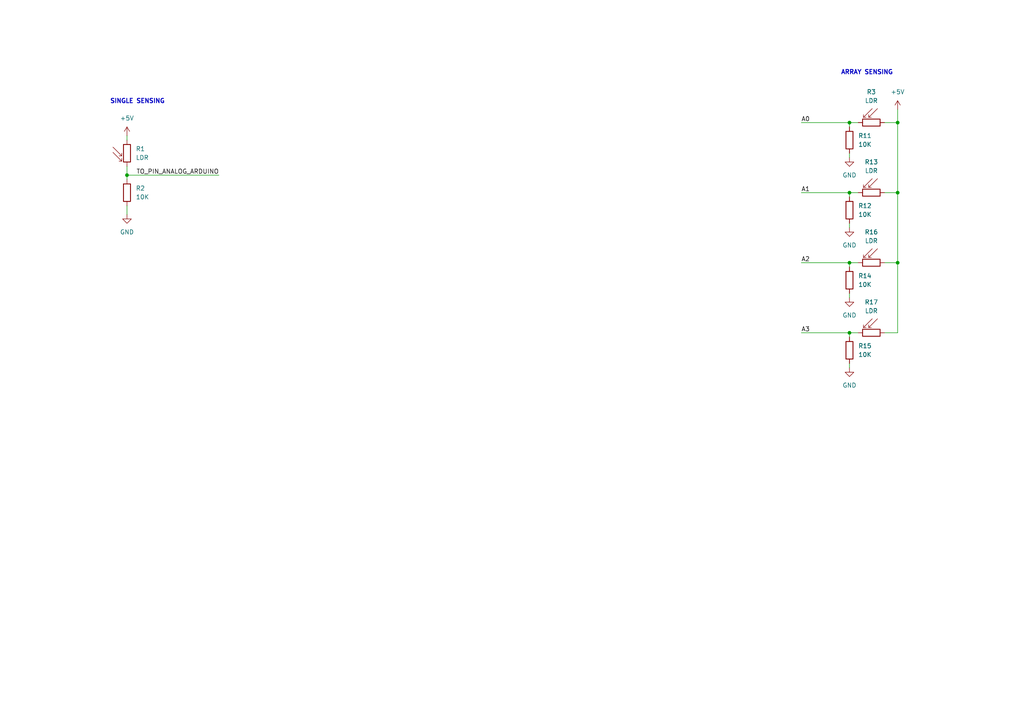
<source format=kicad_sch>
(kicad_sch (version 20231120) (generator "eeschema") (generator_version "8.0")
  (paper "A4")
  (lib_symbols
    (symbol "Device:R" (pin_numbers hide) (pin_names (offset 0))
      (property "Reference" "R" (at 2.032 0 90))
      (property "Value" "R" (at 0 0 90))
      (symbol "R_0_1"
        (rectangle (start -1.016 -2.54) (end 1.016 2.54) (stroke (width 0.254)))
      )
      (symbol "R_1_1"
        (pin passive line (at 0 3.81 270) (length 1.27) (name "~") (number "1"))
        (pin passive line (at 0 -3.81 90) (length 1.27) (name "~") (number "2"))
      )
    )
    (symbol "Sensor_Optical:A9060" (pin_numbers hide) (pin_names (offset 0))
      (property "Reference" "R" (at -5.08 0 90))
      (property "Value" "A9060" (at 1.905 0 90))
      (symbol "A9060_0_1"
        (rectangle (start -1.016 2.54) (end 1.016 -2.54) (stroke (width 0.254)))
        (polyline (pts (xy -1.524 -2.286) (xy -4.064 0.254)))
        (polyline (pts (xy -1.524 -2.286) (xy -2.286 -2.286)))
        (polyline (pts (xy -1.524 -2.286) (xy -1.524 -1.524)))
        (polyline (pts (xy -1.524 -0.762) (xy -4.064 1.778)))
        (polyline (pts (xy -1.524 -0.762) (xy -2.286 -0.762)))
        (polyline (pts (xy -1.524 -0.762) (xy -1.524 0)))
      )
      (symbol "A9060_1_1"
        (pin passive line (at 0 3.81 270) (length 1.27) (name "~") (number "1"))
        (pin passive line (at 0 -3.81 90) (length 1.27) (name "~") (number "2"))
      )
    )
    (symbol "power:+5V" (power) (pin_names (offset 0))
      (property "Value" "+5V" (at 0 3.556 0))
      (symbol "+5V_0_1"
        (polyline (pts (xy -0.762 1.27) (xy 0 2.54)))
        (polyline (pts (xy 0 0) (xy 0 2.54)))
        (polyline (pts (xy 0 2.54) (xy 0.762 1.27)))
      )
      (symbol "+5V_1_1"
        (pin power_in line (at 0 0 90) (length 0) hide (name "+5V") (number "1"))
      )
    )
    (symbol "power:GND" (power) (pin_names (offset 0))
      (property "Value" "GND" (at 0 -3.81 0))
      (symbol "GND_0_1"
        (polyline (pts (xy 0 0) (xy 0 -1.27) (xy 1.27 -1.27) (xy 0 -2.54) (xy -1.27 -1.27) (xy 0 -1.27)))
      )
      (symbol "GND_1_1"
        (pin power_in line (at 0 0 270) (length 0) hide (name "GND") (number "1"))
      )
    )
  )
  (junction (at 260.35 76.2))
  (junction (at 36.83 50.8))
  (junction (at 246.38 96.52))
  (junction (at 246.38 76.2))
  (junction (at 246.38 55.88))
  (junction (at 260.35 35.56))
  (junction (at 260.35 55.88))
  (junction (at 246.38 35.56))
  (wire (pts (xy 256.54 55.88) (xy 260.35 55.88)))
  (wire (pts (xy 246.38 35.56) (xy 246.38 36.83)))
  (wire (pts (xy 246.38 86.36) (xy 246.38 85.09)))
  (wire (pts (xy 256.54 35.56) (xy 260.35 35.56)))
  (wire (pts (xy 248.92 35.56) (xy 246.38 35.56)))
  (wire (pts (xy 248.92 96.52) (xy 246.38 96.52)))
  (wire (pts (xy 232.41 55.88) (xy 246.38 55.88)))
  (wire (pts (xy 260.35 35.56) (xy 260.35 55.88)))
  (wire (pts (xy 246.38 66.04) (xy 246.38 64.77)))
  (wire (pts (xy 248.92 55.88) (xy 246.38 55.88)))
  (wire (pts (xy 248.92 76.2) (xy 246.38 76.2)))
  (wire (pts (xy 260.35 55.88) (xy 260.35 76.2)))
  (wire (pts (xy 256.54 76.2) (xy 260.35 76.2)))
  (wire (pts (xy 232.41 76.2) (xy 246.38 76.2)))
  (wire (pts (xy 36.83 62.23) (xy 36.83 59.69)))
  (wire (pts (xy 246.38 76.2) (xy 246.38 77.47)))
  (wire (pts (xy 36.83 39.37) (xy 36.83 40.64)))
  (wire (pts (xy 246.38 55.88) (xy 246.38 57.15)))
  (wire (pts (xy 260.35 31.75) (xy 260.35 35.56)))
  (wire (pts (xy 260.35 76.2) (xy 260.35 96.52)))
  (wire (pts (xy 36.83 50.8) (xy 36.83 48.26)))
  (wire (pts (xy 232.41 96.52) (xy 246.38 96.52)))
  (wire (pts (xy 232.41 35.56) (xy 246.38 35.56)))
  (wire (pts (xy 246.38 106.68) (xy 246.38 105.41)))
  (wire (pts (xy 36.83 50.8) (xy 63.5 50.8)))
  (wire (pts (xy 36.83 52.07) (xy 36.83 50.8)))
  (wire (pts (xy 256.54 96.52) (xy 260.35 96.52)))
  (wire (pts (xy 246.38 96.52) (xy 246.38 97.79)))
  (wire (pts (xy 246.38 45.72) (xy 246.38 44.45)))
  (text "ARRAY SENSING" (at 251.46 21.082 0) (effects (font (size 1.27 1.27) (thickness 0.254) (bold yes))))
  (text "SINGLE SENSING" (at 39.878 29.464 0) (effects (font (size 1.27 1.27) (thickness 0.254) (bold yes))))
  (label "A3" (at 232.41 96.52 0))
  (label "A1" (at 232.41 55.88 0))
  (label "A0" (at 232.41 35.56 0))
  (label "TO_PIN_ANALOG_ARDUINO" (at 63.5 50.8 180))
  (label "A2" (at 232.41 76.2 0))
  (symbol (lib_id "power:GND") (at 246.38 106.68 0) (unit 1)
    (property "Reference" "#PWR014" (effects (hide yes)))
    (property "Value" "GND" (at 246.38 111.76 0))
    (property "Description" "Power symbol creates a global label with name \"GND\" , ground" (effects (hide yes)))
  )
  (symbol (lib_id "power:+5V") (at 36.83 39.37 0) (unit 1)
    (property "Reference" "#PWR01" (effects (hide yes)))
    (property "Value" "+5V" (at 36.83 34.29 0))
    (property "Description" "Power symbol creates a global label with name \"+5V\"" (effects (hide yes)))
  )
  (symbol (lib_id "Device:R") (at 36.83 55.88 0) (unit 1)
    (property "Reference" "R2" (at 39.37 54.6099 0) (effects (justify left)))
    (property "Value" "10K" (at 39.37 57.1499 0) (effects (justify left)))
    (property "Description" "Resistor" (effects (hide yes)))
  )
  (symbol (lib_id "power:GND") (at 246.38 45.72 0) (unit 1)
    (property "Reference" "#PWR011" (effects (hide yes)))
    (property "Value" "GND" (at 246.38 50.8 0))
    (property "Description" "Power symbol creates a global label with name \"GND\" , ground" (effects (hide yes)))
  )
  (symbol (lib_id "Device:R") (at 246.38 101.6 0) (unit 1)
    (property "Reference" "R15" (at 248.92 100.3299 0) (effects (justify left)))
    (property "Value" "10K" (at 248.92 102.8699 0) (effects (justify left)))
    (property "Description" "Resistor" (effects (hide yes)))
  )
  (symbol (lib_id "Sensor_Optical:A9060") (at 36.83 44.45 0) (unit 1)
    (property "Reference" "R1" (at 39.37 43.1799 0) (effects (justify left)))
    (property "Value" "LDR" (at 39.37 45.7199 0) (effects (justify left)))
    (property "Footprint" "OptoDevice:R_LDR_5.0x4.1mm_P3mm_Vertical" (effects (hide yes)))
    (property "Datasheet" "http://cdn-reichelt.de/documents/datenblatt/A500/A90xxxx%23PE.pdf" (effects (hide yes)))
    (property "Description" "light dependent resistor" (effects (hide yes)))
  )
  (symbol (lib_id "power:+5V") (at 260.35 31.75 0) (unit 1)
    (property "Reference" "#PWR015" (effects (hide yes)))
    (property "Value" "+5V" (at 260.35 26.67 0))
    (property "Description" "Power symbol creates a global label with name \"+5V\"" (effects (hide yes)))
  )
  (symbol (lib_id "Device:R") (at 246.38 60.96 0) (unit 1)
    (property "Reference" "R12" (at 248.92 59.6899 0) (effects (justify left)))
    (property "Value" "10K" (at 248.92 62.2299 0) (effects (justify left)))
    (property "Description" "Resistor" (effects (hide yes)))
  )
  (symbol (lib_id "Device:R") (at 246.38 81.28 0) (unit 1)
    (property "Reference" "R14" (at 248.92 80.0099 0) (effects (justify left)))
    (property "Value" "10K" (at 248.92 82.5499 0) (effects (justify left)))
    (property "Description" "Resistor" (effects (hide yes)))
  )
  (symbol (lib_id "Device:R") (at 246.38 40.64 0) (unit 1)
    (property "Reference" "R11" (at 248.92 39.3699 0) (effects (justify left)))
    (property "Value" "10K" (at 248.92 41.9099 0) (effects (justify left)))
    (property "Description" "Resistor" (effects (hide yes)))
  )
  (symbol (lib_id "Sensor_Optical:A9060") (at 252.73 76.2 270) (unit 1)
    (property "Reference" "R16" (at 252.73 67.31 90))
    (property "Value" "LDR" (at 252.73 69.85 90))
    (property "Footprint" "OptoDevice:R_LDR_5.0x4.1mm_P3mm_Vertical" (effects (hide yes)))
    (property "Datasheet" "http://cdn-reichelt.de/documents/datenblatt/A500/A90xxxx%23PE.pdf" (effects (hide yes)))
    (property "Description" "light dependent resistor" (effects (hide yes)))
  )
  (symbol (lib_id "Sensor_Optical:A9060") (at 252.73 96.52 270) (unit 1)
    (property "Reference" "R17" (at 252.73 87.63 90))
    (property "Value" "LDR" (at 252.73 90.17 90))
    (property "Footprint" "OptoDevice:R_LDR_5.0x4.1mm_P3mm_Vertical" (effects (hide yes)))
    (property "Datasheet" "http://cdn-reichelt.de/documents/datenblatt/A500/A90xxxx%23PE.pdf" (effects (hide yes)))
    (property "Description" "light dependent resistor" (effects (hide yes)))
  )
  (symbol (lib_id "power:GND") (at 246.38 86.36 0) (unit 1)
    (property "Reference" "#PWR013" (effects (hide yes)))
    (property "Value" "GND" (at 246.38 91.44 0))
    (property "Description" "Power symbol creates a global label with name \"GND\" , ground" (effects (hide yes)))
  )
  (symbol (lib_id "power:GND") (at 246.38 66.04 0) (unit 1)
    (property "Reference" "#PWR012" (effects (hide yes)))
    (property "Value" "GND" (at 246.38 71.12 0))
    (property "Description" "Power symbol creates a global label with name \"GND\" , ground" (effects (hide yes)))
  )
  (symbol (lib_id "Sensor_Optical:A9060") (at 252.73 35.56 270) (unit 1)
    (property "Reference" "R3" (at 252.73 26.67 90))
    (property "Value" "LDR" (at 252.73 29.21 90))
    (property "Footprint" "OptoDevice:R_LDR_5.0x4.1mm_P3mm_Vertical" (effects (hide yes)))
    (property "Datasheet" "http://cdn-reichelt.de/documents/datenblatt/A500/A90xxxx%23PE.pdf" (effects (hide yes)))
    (property "Description" "light dependent resistor" (effects (hide yes)))
  )
  (symbol (lib_id "Sensor_Optical:A9060") (at 252.73 55.88 270) (unit 1)
    (property "Reference" "R13" (at 252.73 46.99 90))
    (property "Value" "LDR" (at 252.73 49.53 90))
    (property "Footprint" "OptoDevice:R_LDR_5.0x4.1mm_P3mm_Vertical" (effects (hide yes)))
    (property "Datasheet" "http://cdn-reichelt.de/documents/datenblatt/A500/A90xxxx%23PE.pdf" (effects (hide yes)))
    (property "Description" "light dependent resistor" (effects (hide yes)))
  )
  (symbol (lib_id "power:GND") (at 36.83 62.23 0) (unit 1)
    (property "Reference" "#PWR02" (effects (hide yes)))
    (property "Value" "GND" (at 36.83 67.31 0))
    (property "Description" "Power symbol creates a global label with name \"GND\" , ground" (effects (hide yes)))
  )
)
</source>
